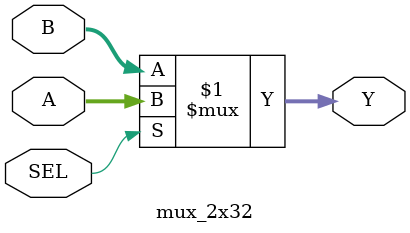
<source format=v>
module mux_2x32(
	input SEL,
   input [31:0] A,
   input [31:0] B,
   output [31:0] Y
); 

assign Y = (SEL) ? A : B;

endmodule
</source>
